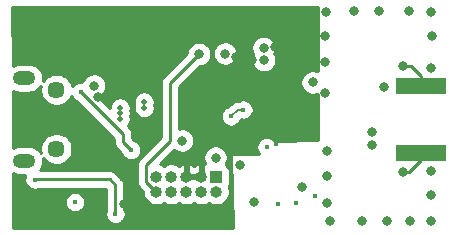
<source format=gbr>
%TF.GenerationSoftware,KiCad,Pcbnew,(5.1.7)-1*%
%TF.CreationDate,2020-12-26T20:13:37+13:00*%
%TF.ProjectId,STM32 RF Dongle,53544d33-3220-4524-9620-446f6e676c65,rev?*%
%TF.SameCoordinates,Original*%
%TF.FileFunction,Copper,L4,Bot*%
%TF.FilePolarity,Positive*%
%FSLAX46Y46*%
G04 Gerber Fmt 4.6, Leading zero omitted, Abs format (unit mm)*
G04 Created by KiCad (PCBNEW (5.1.7)-1) date 2020-12-26 20:13:37*
%MOMM*%
%LPD*%
G01*
G04 APERTURE LIST*
%TA.AperFunction,ComponentPad*%
%ADD10O,1.900000X1.200000*%
%TD*%
%TA.AperFunction,ComponentPad*%
%ADD11C,1.450000*%
%TD*%
%TA.AperFunction,ComponentPad*%
%ADD12R,1.000000X1.000000*%
%TD*%
%TA.AperFunction,ComponentPad*%
%ADD13O,1.000000X1.000000*%
%TD*%
%TA.AperFunction,SMDPad,CuDef*%
%ADD14R,4.200000X1.350000*%
%TD*%
%TA.AperFunction,ViaPad*%
%ADD15C,0.800000*%
%TD*%
%TA.AperFunction,ViaPad*%
%ADD16C,0.450000*%
%TD*%
%TA.AperFunction,ViaPad*%
%ADD17C,0.500000*%
%TD*%
%TA.AperFunction,Conductor*%
%ADD18C,0.254000*%
%TD*%
%TA.AperFunction,Conductor*%
%ADD19C,0.293000*%
%TD*%
%TA.AperFunction,Conductor*%
%ADD20C,0.200000*%
%TD*%
%TA.AperFunction,Conductor*%
%ADD21C,0.250000*%
%TD*%
%TA.AperFunction,Conductor*%
%ADD22C,0.100000*%
%TD*%
G04 APERTURE END LIST*
D10*
%TO.P,J1,6*%
%TO.N,Net-(J1-Pad6)*%
X127172500Y-97150000D03*
X127172500Y-90150000D03*
D11*
X129872500Y-96150000D03*
X129872500Y-91150000D03*
%TD*%
D12*
%TO.P,J3,1*%
%TO.N,+3V3*%
X143410000Y-98510000D03*
D13*
%TO.P,J3,2*%
%TO.N,SWDIO*%
X143410000Y-99780000D03*
%TO.P,J3,3*%
%TO.N,GND*%
X142140000Y-98510000D03*
%TO.P,J3,4*%
%TO.N,SW_CLK*%
X142140000Y-99780000D03*
%TO.P,J3,5*%
%TO.N,GND*%
X140870000Y-98510000D03*
%TO.P,J3,6*%
%TO.N,Net-(J3-Pad6)*%
X140870000Y-99780000D03*
%TO.P,J3,7*%
%TO.N,Net-(J3-Pad7)*%
X139600000Y-98510000D03*
%TO.P,J3,8*%
%TO.N,Net-(J3-Pad8)*%
X139600000Y-99780000D03*
%TO.P,J3,9*%
%TO.N,GND*%
X138330000Y-98510000D03*
%TO.P,J3,10*%
%TO.N,NRST*%
X138330000Y-99780000D03*
%TD*%
D14*
%TO.P,J2,2*%
%TO.N,GND*%
X160775000Y-90800000D03*
X160775000Y-96450000D03*
%TD*%
D15*
%TO.N,GND*%
X152580000Y-86580000D03*
X152825000Y-100700000D03*
X161630000Y-100060000D03*
X161625000Y-97975000D03*
X152825000Y-96350000D03*
X152625000Y-91450000D03*
X161625000Y-89325000D03*
X161620000Y-84530000D03*
X159720000Y-84510000D03*
X157150000Y-84500000D03*
X152625000Y-88825000D03*
X155710000Y-102240000D03*
X161620000Y-102220000D03*
X152825000Y-98450000D03*
X141330000Y-92770000D03*
X141330000Y-91600000D03*
X141330000Y-90550000D03*
X159225000Y-89150000D03*
X157625000Y-90900000D03*
X159225000Y-98125000D03*
X150670000Y-99375000D03*
X146630000Y-100610000D03*
X156625000Y-95800000D03*
X156600000Y-94750000D03*
X146470000Y-88625000D03*
X150395000Y-87550000D03*
X149395000Y-87550000D03*
X148420000Y-87550000D03*
D16*
X148450000Y-95725000D03*
D15*
X151510000Y-92190000D03*
X139130000Y-87920000D03*
X143110000Y-86120000D03*
X145110000Y-88380000D03*
X145380000Y-97490000D03*
X145250000Y-95580000D03*
X138730000Y-87110000D03*
X137830000Y-95560000D03*
X135630000Y-100770000D03*
X133375000Y-91750000D03*
X150770000Y-86100000D03*
D16*
X143970000Y-85950000D03*
X144480000Y-86510000D03*
X147360000Y-85920000D03*
X151430000Y-86960000D03*
X151540000Y-88540000D03*
X145740000Y-87480000D03*
X151750000Y-100090000D03*
X150170000Y-100720000D03*
X148650000Y-100850000D03*
X140620000Y-102530000D03*
X138280000Y-101710000D03*
X136600000Y-98170000D03*
X135680000Y-98850000D03*
X139980000Y-86130000D03*
X137550000Y-89000000D03*
X135980000Y-87380000D03*
X135980000Y-86000000D03*
D15*
X152700000Y-84540000D03*
X155040000Y-84510000D03*
X161650000Y-86610000D03*
X153010000Y-102290000D03*
X157900000Y-102260000D03*
X159800000Y-102280000D03*
D16*
X149900000Y-85310000D03*
X146270000Y-84950000D03*
X138750000Y-84780000D03*
X132650000Y-84780000D03*
X128690000Y-85480000D03*
X128870000Y-84340000D03*
X148270000Y-84650000D03*
X149000000Y-85610000D03*
X151120000Y-84700000D03*
X145140000Y-84630000D03*
X145580000Y-86290000D03*
X138950000Y-85630000D03*
X132090000Y-85310000D03*
X136600000Y-84650000D03*
X142550000Y-101540000D03*
X143960000Y-101550000D03*
X135550000Y-102300000D03*
X136710000Y-102280000D03*
X146425000Y-90675000D03*
X132275000Y-96225000D03*
X130850000Y-94925000D03*
X138575000Y-102475000D03*
X143325000Y-102425000D03*
%TO.N,+3V3*%
X131450000Y-100650000D03*
D15*
X143350000Y-96890000D03*
X147450000Y-88620000D03*
X147420000Y-87590000D03*
D16*
X147675000Y-96000000D03*
D15*
X151560000Y-90520000D03*
X144170000Y-88080000D03*
X140530000Y-95440000D03*
D17*
X137300000Y-92150000D03*
X137325000Y-92650000D03*
X135275000Y-93625000D03*
X135275000Y-93125000D03*
X135275000Y-92650000D03*
D15*
%TO.N,Net-(C3-Pad1)*%
X133070000Y-90790000D03*
D16*
%TO.N,+5V*%
X131925000Y-91325000D03*
D15*
%TO.N,NRST*%
X141970000Y-88110000D03*
D16*
%TO.N,SPI3_CLK*%
X145710000Y-92810000D03*
X144650000Y-93390000D03*
%TO.N,+5V*%
X136200000Y-96250000D03*
%TO.N,Net-(D3-Pad2)*%
X128030000Y-98740000D03*
X134875000Y-101675000D03*
%TD*%
D18*
%TO.N,GND*%
X160775000Y-96450000D02*
X160775000Y-96575000D01*
D19*
X159225000Y-89150000D02*
X159920000Y-89150000D01*
X160775000Y-90005000D02*
X160775000Y-90800000D01*
X159920000Y-89150000D02*
X160775000Y-90005000D01*
X160775000Y-96450000D02*
X160775000Y-97085000D01*
X159735000Y-98125000D02*
X159225000Y-98125000D01*
X160775000Y-97085000D02*
X159735000Y-98125000D01*
%TO.N,NRST*%
X137483499Y-98933499D02*
X138330000Y-99780000D01*
X137483499Y-98933499D02*
X137483499Y-97466501D01*
X137483499Y-97466501D02*
X139490000Y-95460000D01*
X139490000Y-90590000D02*
X141970000Y-88110000D01*
X139490000Y-95460000D02*
X139490000Y-90590000D01*
D20*
%TO.N,SPI3_CLK*%
X145230000Y-92810000D02*
X144650000Y-93390000D01*
X145710000Y-92810000D02*
X145230000Y-92810000D01*
D19*
%TO.N,+5V*%
X131925000Y-91325000D02*
X135523499Y-94923499D01*
D18*
X135523499Y-95573499D02*
X136200000Y-96250000D01*
X135523499Y-94923499D02*
X135523499Y-95573499D01*
D19*
%TO.N,Net-(D3-Pad2)*%
X128010000Y-98730000D02*
X133970000Y-98730000D01*
X134390000Y-98730000D02*
X133970000Y-98730000D01*
D21*
X134875000Y-99215000D02*
X134390000Y-98730000D01*
X134875000Y-101675000D02*
X134875000Y-99215000D01*
%TD*%
D18*
%TO.N,GND*%
X152002175Y-89582879D02*
X151861898Y-89524774D01*
X151661939Y-89485000D01*
X151458061Y-89485000D01*
X151258102Y-89524774D01*
X151069744Y-89602795D01*
X150900226Y-89716063D01*
X150756063Y-89860226D01*
X150642795Y-90029744D01*
X150564774Y-90218102D01*
X150525000Y-90418061D01*
X150525000Y-90621939D01*
X150564774Y-90821898D01*
X150642795Y-91010256D01*
X150756063Y-91179774D01*
X150900226Y-91323937D01*
X151069744Y-91437205D01*
X151258102Y-91515226D01*
X151458061Y-91555000D01*
X151661939Y-91555000D01*
X151861898Y-91515226D01*
X151998849Y-91458499D01*
X151991887Y-95383513D01*
X148371578Y-95494544D01*
X148343005Y-95451782D01*
X148223218Y-95331995D01*
X148082363Y-95237878D01*
X147925853Y-95173049D01*
X147759703Y-95140000D01*
X147590297Y-95140000D01*
X147424147Y-95173049D01*
X147267637Y-95237878D01*
X147126782Y-95331995D01*
X147006995Y-95451782D01*
X146912878Y-95592637D01*
X146848049Y-95749147D01*
X146815000Y-95915297D01*
X146815000Y-96084703D01*
X146848049Y-96250853D01*
X146912878Y-96407363D01*
X147006995Y-96548218D01*
X147037093Y-96578316D01*
X144820309Y-96549695D01*
X144795503Y-96551815D01*
X144771587Y-96558734D01*
X144749481Y-96570185D01*
X144730033Y-96585730D01*
X144713992Y-96604769D01*
X144701974Y-96626572D01*
X144694440Y-96650302D01*
X144691707Y-96679799D01*
X144842663Y-102832643D01*
X126219260Y-102830139D01*
X126210839Y-100565297D01*
X130590000Y-100565297D01*
X130590000Y-100734703D01*
X130623049Y-100900853D01*
X130687878Y-101057363D01*
X130781995Y-101198218D01*
X130901782Y-101318005D01*
X131042637Y-101412122D01*
X131199147Y-101476951D01*
X131365297Y-101510000D01*
X131534703Y-101510000D01*
X131700853Y-101476951D01*
X131857363Y-101412122D01*
X131998218Y-101318005D01*
X132118005Y-101198218D01*
X132212122Y-101057363D01*
X132276951Y-100900853D01*
X132310000Y-100734703D01*
X132310000Y-100565297D01*
X132276951Y-100399147D01*
X132212122Y-100242637D01*
X132118005Y-100101782D01*
X131998218Y-99981995D01*
X131857363Y-99887878D01*
X131700853Y-99823049D01*
X131534703Y-99790000D01*
X131365297Y-99790000D01*
X131199147Y-99823049D01*
X131042637Y-99887878D01*
X130901782Y-99981995D01*
X130781995Y-100101782D01*
X130687878Y-100242637D01*
X130623049Y-100399147D01*
X130590000Y-100565297D01*
X126210839Y-100565297D01*
X126202113Y-98218747D01*
X126347599Y-98296511D01*
X126580398Y-98367130D01*
X126761835Y-98385000D01*
X127246188Y-98385000D01*
X127203049Y-98489147D01*
X127170000Y-98655297D01*
X127170000Y-98824703D01*
X127203049Y-98990853D01*
X127267878Y-99147363D01*
X127361995Y-99288218D01*
X127481782Y-99408005D01*
X127622637Y-99502122D01*
X127779147Y-99566951D01*
X127945297Y-99600000D01*
X128114703Y-99600000D01*
X128280853Y-99566951D01*
X128414723Y-99511500D01*
X134096699Y-99511500D01*
X134115001Y-99529802D01*
X134115000Y-101264461D01*
X134112878Y-101267637D01*
X134048049Y-101424147D01*
X134015000Y-101590297D01*
X134015000Y-101759703D01*
X134048049Y-101925853D01*
X134112878Y-102082363D01*
X134206995Y-102223218D01*
X134326782Y-102343005D01*
X134467637Y-102437122D01*
X134624147Y-102501951D01*
X134790297Y-102535000D01*
X134959703Y-102535000D01*
X135125853Y-102501951D01*
X135282363Y-102437122D01*
X135423218Y-102343005D01*
X135543005Y-102223218D01*
X135637122Y-102082363D01*
X135701951Y-101925853D01*
X135735000Y-101759703D01*
X135735000Y-101590297D01*
X135701951Y-101424147D01*
X135637122Y-101267637D01*
X135635000Y-101264461D01*
X135635000Y-99252333D01*
X135638677Y-99215000D01*
X135624003Y-99066014D01*
X135580546Y-98922753D01*
X135509974Y-98790724D01*
X135460139Y-98730000D01*
X135415001Y-98674999D01*
X135385997Y-98651196D01*
X135059489Y-98324688D01*
X135042937Y-98293721D01*
X134945278Y-98174722D01*
X134826279Y-98077063D01*
X134690514Y-98004495D01*
X134543201Y-97959808D01*
X134428389Y-97948500D01*
X128464837Y-97948500D01*
X128554333Y-97839449D01*
X128669011Y-97624901D01*
X128739630Y-97392102D01*
X128763475Y-97150000D01*
X128739630Y-96907898D01*
X128736617Y-96897965D01*
X128816119Y-97016949D01*
X129005551Y-97206381D01*
X129228299Y-97355216D01*
X129475803Y-97457736D01*
X129738552Y-97510000D01*
X130006448Y-97510000D01*
X130225132Y-97466501D01*
X136698218Y-97466501D01*
X136702000Y-97504899D01*
X136701999Y-98895110D01*
X136698218Y-98933499D01*
X136701999Y-98971887D01*
X136713307Y-99086699D01*
X136757994Y-99234012D01*
X136830562Y-99369777D01*
X136928221Y-99488777D01*
X136958049Y-99513256D01*
X137195000Y-99750207D01*
X137195000Y-99891788D01*
X137238617Y-100111067D01*
X137324176Y-100317624D01*
X137448388Y-100503520D01*
X137606480Y-100661612D01*
X137792376Y-100785824D01*
X137998933Y-100871383D01*
X138218212Y-100915000D01*
X138441788Y-100915000D01*
X138661067Y-100871383D01*
X138867624Y-100785824D01*
X138965000Y-100720759D01*
X139062376Y-100785824D01*
X139268933Y-100871383D01*
X139488212Y-100915000D01*
X139711788Y-100915000D01*
X139931067Y-100871383D01*
X140137624Y-100785824D01*
X140235000Y-100720759D01*
X140332376Y-100785824D01*
X140538933Y-100871383D01*
X140758212Y-100915000D01*
X140981788Y-100915000D01*
X141201067Y-100871383D01*
X141407624Y-100785824D01*
X141505000Y-100720759D01*
X141602376Y-100785824D01*
X141808933Y-100871383D01*
X142028212Y-100915000D01*
X142251788Y-100915000D01*
X142471067Y-100871383D01*
X142677624Y-100785824D01*
X142775000Y-100720759D01*
X142872376Y-100785824D01*
X143078933Y-100871383D01*
X143298212Y-100915000D01*
X143521788Y-100915000D01*
X143741067Y-100871383D01*
X143947624Y-100785824D01*
X144133520Y-100661612D01*
X144291612Y-100503520D01*
X144415824Y-100317624D01*
X144501383Y-100111067D01*
X144545000Y-99891788D01*
X144545000Y-99668212D01*
X144501383Y-99448933D01*
X144455112Y-99337226D01*
X144499502Y-99254180D01*
X144535812Y-99134482D01*
X144548072Y-99010000D01*
X144548072Y-98010000D01*
X144535812Y-97885518D01*
X144499502Y-97765820D01*
X144440537Y-97655506D01*
X144361185Y-97558815D01*
X144264494Y-97479463D01*
X144217648Y-97454423D01*
X144267205Y-97380256D01*
X144345226Y-97191898D01*
X144385000Y-96991939D01*
X144385000Y-96788061D01*
X144345226Y-96588102D01*
X144267205Y-96399744D01*
X144153937Y-96230226D01*
X144009774Y-96086063D01*
X143840256Y-95972795D01*
X143651898Y-95894774D01*
X143451939Y-95855000D01*
X143248061Y-95855000D01*
X143048102Y-95894774D01*
X142859744Y-95972795D01*
X142690226Y-96086063D01*
X142546063Y-96230226D01*
X142432795Y-96399744D01*
X142354774Y-96588102D01*
X142315000Y-96788061D01*
X142315000Y-96991939D01*
X142354774Y-97191898D01*
X142432795Y-97380256D01*
X142460340Y-97421480D01*
X142441874Y-97415881D01*
X142267000Y-97542046D01*
X142267000Y-98383000D01*
X142271928Y-98383000D01*
X142271928Y-98637000D01*
X142267000Y-98637000D01*
X142267000Y-98648026D01*
X142251788Y-98645000D01*
X142028212Y-98645000D01*
X142013000Y-98648026D01*
X142013000Y-98637000D01*
X140997000Y-98637000D01*
X140997000Y-98648026D01*
X140981788Y-98645000D01*
X140758212Y-98645000D01*
X140743000Y-98648026D01*
X140743000Y-98637000D01*
X140731974Y-98637000D01*
X140735000Y-98621788D01*
X140735000Y-98398212D01*
X140731974Y-98383000D01*
X140743000Y-98383000D01*
X140743000Y-97542046D01*
X140997000Y-97542046D01*
X140997000Y-98383000D01*
X142013000Y-98383000D01*
X142013000Y-97542046D01*
X141838126Y-97415881D01*
X141783136Y-97432554D01*
X141579794Y-97522877D01*
X141505000Y-97575639D01*
X141430206Y-97522877D01*
X141226864Y-97432554D01*
X141171874Y-97415881D01*
X140997000Y-97542046D01*
X140743000Y-97542046D01*
X140568126Y-97415881D01*
X140513136Y-97432554D01*
X140309794Y-97522877D01*
X140239658Y-97572353D01*
X140137624Y-97504176D01*
X139931067Y-97418617D01*
X139711788Y-97375000D01*
X139488212Y-97375000D01*
X139268933Y-97418617D01*
X139062376Y-97504176D01*
X138960342Y-97572353D01*
X138890206Y-97522877D01*
X138686864Y-97432554D01*
X138637592Y-97417615D01*
X139840748Y-96214459D01*
X139870226Y-96243937D01*
X140039744Y-96357205D01*
X140228102Y-96435226D01*
X140428061Y-96475000D01*
X140631939Y-96475000D01*
X140831898Y-96435226D01*
X141020256Y-96357205D01*
X141189774Y-96243937D01*
X141333937Y-96099774D01*
X141447205Y-95930256D01*
X141525226Y-95741898D01*
X141565000Y-95541939D01*
X141565000Y-95338061D01*
X141525226Y-95138102D01*
X141447205Y-94949744D01*
X141333937Y-94780226D01*
X141189774Y-94636063D01*
X141020256Y-94522795D01*
X140831898Y-94444774D01*
X140631939Y-94405000D01*
X140428061Y-94405000D01*
X140271500Y-94436142D01*
X140271500Y-93305297D01*
X143790000Y-93305297D01*
X143790000Y-93474703D01*
X143823049Y-93640853D01*
X143887878Y-93797363D01*
X143981995Y-93938218D01*
X144101782Y-94058005D01*
X144242637Y-94152122D01*
X144399147Y-94216951D01*
X144565297Y-94250000D01*
X144734703Y-94250000D01*
X144900853Y-94216951D01*
X145057363Y-94152122D01*
X145198218Y-94058005D01*
X145318005Y-93938218D01*
X145412122Y-93797363D01*
X145476951Y-93640853D01*
X145477020Y-93640506D01*
X145625297Y-93670000D01*
X145794703Y-93670000D01*
X145960853Y-93636951D01*
X146117363Y-93572122D01*
X146258218Y-93478005D01*
X146378005Y-93358218D01*
X146472122Y-93217363D01*
X146536951Y-93060853D01*
X146570000Y-92894703D01*
X146570000Y-92725297D01*
X146536951Y-92559147D01*
X146472122Y-92402637D01*
X146378005Y-92261782D01*
X146258218Y-92141995D01*
X146117363Y-92047878D01*
X145960853Y-91983049D01*
X145794703Y-91950000D01*
X145625297Y-91950000D01*
X145459147Y-91983049D01*
X145302637Y-92047878D01*
X145262568Y-92074652D01*
X145230000Y-92071444D01*
X145193895Y-92075000D01*
X145085915Y-92085635D01*
X144947367Y-92127663D01*
X144819680Y-92195913D01*
X144707762Y-92287762D01*
X144684746Y-92315807D01*
X144447029Y-92553525D01*
X144399147Y-92563049D01*
X144242637Y-92627878D01*
X144101782Y-92721995D01*
X143981995Y-92841782D01*
X143887878Y-92982637D01*
X143823049Y-93139147D01*
X143790000Y-93305297D01*
X140271500Y-93305297D01*
X140271500Y-90913707D01*
X142040208Y-89145000D01*
X142071939Y-89145000D01*
X142271898Y-89105226D01*
X142460256Y-89027205D01*
X142629774Y-88913937D01*
X142773937Y-88769774D01*
X142887205Y-88600256D01*
X142965226Y-88411898D01*
X143005000Y-88211939D01*
X143005000Y-88008061D01*
X142999033Y-87978061D01*
X143135000Y-87978061D01*
X143135000Y-88181939D01*
X143174774Y-88381898D01*
X143252795Y-88570256D01*
X143366063Y-88739774D01*
X143510226Y-88883937D01*
X143679744Y-88997205D01*
X143868102Y-89075226D01*
X144068061Y-89115000D01*
X144271939Y-89115000D01*
X144471898Y-89075226D01*
X144660256Y-88997205D01*
X144829774Y-88883937D01*
X144973937Y-88739774D01*
X145087205Y-88570256D01*
X145165226Y-88381898D01*
X145205000Y-88181939D01*
X145205000Y-87978061D01*
X145165226Y-87778102D01*
X145087205Y-87589744D01*
X145019263Y-87488061D01*
X146385000Y-87488061D01*
X146385000Y-87691939D01*
X146424774Y-87891898D01*
X146502795Y-88080256D01*
X146534328Y-88127449D01*
X146532795Y-88129744D01*
X146454774Y-88318102D01*
X146415000Y-88518061D01*
X146415000Y-88721939D01*
X146454774Y-88921898D01*
X146532795Y-89110256D01*
X146646063Y-89279774D01*
X146790226Y-89423937D01*
X146959744Y-89537205D01*
X147148102Y-89615226D01*
X147348061Y-89655000D01*
X147551939Y-89655000D01*
X147751898Y-89615226D01*
X147940256Y-89537205D01*
X148109774Y-89423937D01*
X148253937Y-89279774D01*
X148367205Y-89110256D01*
X148445226Y-88921898D01*
X148485000Y-88721939D01*
X148485000Y-88518061D01*
X148445226Y-88318102D01*
X148367205Y-88129744D01*
X148335672Y-88082551D01*
X148337205Y-88080256D01*
X148415226Y-87891898D01*
X148455000Y-87691939D01*
X148455000Y-87488061D01*
X148415226Y-87288102D01*
X148337205Y-87099744D01*
X148223937Y-86930226D01*
X148079774Y-86786063D01*
X147910256Y-86672795D01*
X147721898Y-86594774D01*
X147521939Y-86555000D01*
X147318061Y-86555000D01*
X147118102Y-86594774D01*
X146929744Y-86672795D01*
X146760226Y-86786063D01*
X146616063Y-86930226D01*
X146502795Y-87099744D01*
X146424774Y-87288102D01*
X146385000Y-87488061D01*
X145019263Y-87488061D01*
X144973937Y-87420226D01*
X144829774Y-87276063D01*
X144660256Y-87162795D01*
X144471898Y-87084774D01*
X144271939Y-87045000D01*
X144068061Y-87045000D01*
X143868102Y-87084774D01*
X143679744Y-87162795D01*
X143510226Y-87276063D01*
X143366063Y-87420226D01*
X143252795Y-87589744D01*
X143174774Y-87778102D01*
X143135000Y-87978061D01*
X142999033Y-87978061D01*
X142965226Y-87808102D01*
X142887205Y-87619744D01*
X142773937Y-87450226D01*
X142629774Y-87306063D01*
X142460256Y-87192795D01*
X142271898Y-87114774D01*
X142071939Y-87075000D01*
X141868061Y-87075000D01*
X141668102Y-87114774D01*
X141479744Y-87192795D01*
X141310226Y-87306063D01*
X141166063Y-87450226D01*
X141052795Y-87619744D01*
X140974774Y-87808102D01*
X140935000Y-88008061D01*
X140935000Y-88039792D01*
X138964545Y-90010248D01*
X138934723Y-90034722D01*
X138910251Y-90064542D01*
X138837063Y-90153722D01*
X138764496Y-90289486D01*
X138719808Y-90436800D01*
X138704719Y-90590000D01*
X138708501Y-90628399D01*
X138708500Y-95136292D01*
X136958044Y-96886749D01*
X136928222Y-96911223D01*
X136903750Y-96941043D01*
X136830562Y-97030223D01*
X136757995Y-97165987D01*
X136713307Y-97313301D01*
X136698218Y-97466501D01*
X130225132Y-97466501D01*
X130269197Y-97457736D01*
X130516701Y-97355216D01*
X130739449Y-97206381D01*
X130928881Y-97016949D01*
X131077716Y-96794201D01*
X131180236Y-96546697D01*
X131232500Y-96283948D01*
X131232500Y-96016052D01*
X131180236Y-95753303D01*
X131077716Y-95505799D01*
X130928881Y-95283051D01*
X130739449Y-95093619D01*
X130516701Y-94944784D01*
X130269197Y-94842264D01*
X130006448Y-94790000D01*
X129738552Y-94790000D01*
X129475803Y-94842264D01*
X129228299Y-94944784D01*
X129005551Y-95093619D01*
X128816119Y-95283051D01*
X128667284Y-95505799D01*
X128564764Y-95753303D01*
X128512500Y-96016052D01*
X128512500Y-96283948D01*
X128545484Y-96449768D01*
X128400002Y-96272498D01*
X128211949Y-96118167D01*
X127997401Y-96003489D01*
X127764602Y-95932870D01*
X127583165Y-95915000D01*
X126761835Y-95915000D01*
X126580398Y-95932870D01*
X126347599Y-96003489D01*
X126194181Y-96085492D01*
X126176032Y-91204807D01*
X126347599Y-91296511D01*
X126580398Y-91367130D01*
X126761835Y-91385000D01*
X127583165Y-91385000D01*
X127764602Y-91367130D01*
X127997401Y-91296511D01*
X128211949Y-91181833D01*
X128400002Y-91027502D01*
X128545484Y-90850232D01*
X128512500Y-91016052D01*
X128512500Y-91283948D01*
X128564764Y-91546697D01*
X128667284Y-91794201D01*
X128816119Y-92016949D01*
X129005551Y-92206381D01*
X129228299Y-92355216D01*
X129475803Y-92457736D01*
X129738552Y-92510000D01*
X130006448Y-92510000D01*
X130269197Y-92457736D01*
X130516701Y-92355216D01*
X130739449Y-92206381D01*
X130928881Y-92016949D01*
X131077716Y-91794201D01*
X131133104Y-91660483D01*
X131162878Y-91732363D01*
X131256995Y-91873218D01*
X131376782Y-91993005D01*
X131517637Y-92087122D01*
X131627367Y-92132574D01*
X134761499Y-95266707D01*
X134761499Y-95536076D01*
X134757813Y-95573499D01*
X134761499Y-95610922D01*
X134761499Y-95610925D01*
X134772525Y-95722877D01*
X134816097Y-95866514D01*
X134850168Y-95930256D01*
X134886854Y-95998891D01*
X134957279Y-96084703D01*
X134982078Y-96114921D01*
X135011148Y-96138778D01*
X135373006Y-96500637D01*
X135373049Y-96500853D01*
X135437878Y-96657363D01*
X135531995Y-96798218D01*
X135651782Y-96918005D01*
X135792637Y-97012122D01*
X135949147Y-97076951D01*
X136115297Y-97110000D01*
X136284703Y-97110000D01*
X136450853Y-97076951D01*
X136607363Y-97012122D01*
X136748218Y-96918005D01*
X136868005Y-96798218D01*
X136962122Y-96657363D01*
X137026951Y-96500853D01*
X137060000Y-96334703D01*
X137060000Y-96165297D01*
X137026951Y-95999147D01*
X136962122Y-95842637D01*
X136868005Y-95701782D01*
X136748218Y-95581995D01*
X136607363Y-95487878D01*
X136450853Y-95423049D01*
X136450637Y-95423006D01*
X136285499Y-95257869D01*
X136285499Y-95103701D01*
X136293690Y-95076699D01*
X136308780Y-94923498D01*
X136293690Y-94770298D01*
X136249003Y-94622984D01*
X136176436Y-94487220D01*
X136103248Y-94398040D01*
X135928393Y-94223186D01*
X135962424Y-94189155D01*
X136059277Y-94044205D01*
X136125990Y-93883145D01*
X136160000Y-93712165D01*
X136160000Y-93537835D01*
X136127610Y-93375000D01*
X136160000Y-93212165D01*
X136160000Y-93037835D01*
X136130097Y-92887500D01*
X136160000Y-92737165D01*
X136160000Y-92562835D01*
X136125990Y-92391855D01*
X136059277Y-92230795D01*
X135962424Y-92085845D01*
X135939414Y-92062835D01*
X136415000Y-92062835D01*
X136415000Y-92237165D01*
X136449010Y-92408145D01*
X136463710Y-92443635D01*
X136440000Y-92562835D01*
X136440000Y-92737165D01*
X136474010Y-92908145D01*
X136540723Y-93069205D01*
X136637576Y-93214155D01*
X136760845Y-93337424D01*
X136905795Y-93434277D01*
X137066855Y-93500990D01*
X137237835Y-93535000D01*
X137412165Y-93535000D01*
X137583145Y-93500990D01*
X137744205Y-93434277D01*
X137889155Y-93337424D01*
X138012424Y-93214155D01*
X138109277Y-93069205D01*
X138175990Y-92908145D01*
X138210000Y-92737165D01*
X138210000Y-92562835D01*
X138175990Y-92391855D01*
X138161290Y-92356365D01*
X138185000Y-92237165D01*
X138185000Y-92062835D01*
X138150990Y-91891855D01*
X138084277Y-91730795D01*
X137987424Y-91585845D01*
X137864155Y-91462576D01*
X137719205Y-91365723D01*
X137558145Y-91299010D01*
X137387165Y-91265000D01*
X137212835Y-91265000D01*
X137041855Y-91299010D01*
X136880795Y-91365723D01*
X136735845Y-91462576D01*
X136612576Y-91585845D01*
X136515723Y-91730795D01*
X136449010Y-91891855D01*
X136415000Y-92062835D01*
X135939414Y-92062835D01*
X135839155Y-91962576D01*
X135694205Y-91865723D01*
X135533145Y-91799010D01*
X135362165Y-91765000D01*
X135187835Y-91765000D01*
X135016855Y-91799010D01*
X134855795Y-91865723D01*
X134710845Y-91962576D01*
X134587576Y-92085845D01*
X134490723Y-92230795D01*
X134424010Y-92391855D01*
X134390000Y-92562835D01*
X134390000Y-92684792D01*
X133455715Y-91750508D01*
X133560256Y-91707205D01*
X133729774Y-91593937D01*
X133873937Y-91449774D01*
X133987205Y-91280256D01*
X134065226Y-91091898D01*
X134105000Y-90891939D01*
X134105000Y-90688061D01*
X134065226Y-90488102D01*
X133987205Y-90299744D01*
X133873937Y-90130226D01*
X133729774Y-89986063D01*
X133560256Y-89872795D01*
X133371898Y-89794774D01*
X133171939Y-89755000D01*
X132968061Y-89755000D01*
X132768102Y-89794774D01*
X132579744Y-89872795D01*
X132410226Y-89986063D01*
X132266063Y-90130226D01*
X132152795Y-90299744D01*
X132078662Y-90478717D01*
X132009703Y-90465000D01*
X131840297Y-90465000D01*
X131674147Y-90498049D01*
X131517637Y-90562878D01*
X131376782Y-90656995D01*
X131256995Y-90776782D01*
X131201443Y-90859920D01*
X131180236Y-90753303D01*
X131077716Y-90505799D01*
X130928881Y-90283051D01*
X130739449Y-90093619D01*
X130516701Y-89944784D01*
X130269197Y-89842264D01*
X130006448Y-89790000D01*
X129738552Y-89790000D01*
X129475803Y-89842264D01*
X129228299Y-89944784D01*
X129005551Y-90093619D01*
X128816119Y-90283051D01*
X128736617Y-90402035D01*
X128739630Y-90392102D01*
X128763475Y-90150000D01*
X128739630Y-89907898D01*
X128669011Y-89675099D01*
X128554333Y-89460551D01*
X128400002Y-89272498D01*
X128211949Y-89118167D01*
X127997401Y-89003489D01*
X127764602Y-88932870D01*
X127583165Y-88915000D01*
X126761835Y-88915000D01*
X126580398Y-88932870D01*
X126347599Y-89003489D01*
X126168204Y-89099378D01*
X126149799Y-84149898D01*
X152011836Y-84136011D01*
X152002175Y-89582879D01*
%TA.AperFunction,Conductor*%
D22*
G36*
X152002175Y-89582879D02*
G01*
X151861898Y-89524774D01*
X151661939Y-89485000D01*
X151458061Y-89485000D01*
X151258102Y-89524774D01*
X151069744Y-89602795D01*
X150900226Y-89716063D01*
X150756063Y-89860226D01*
X150642795Y-90029744D01*
X150564774Y-90218102D01*
X150525000Y-90418061D01*
X150525000Y-90621939D01*
X150564774Y-90821898D01*
X150642795Y-91010256D01*
X150756063Y-91179774D01*
X150900226Y-91323937D01*
X151069744Y-91437205D01*
X151258102Y-91515226D01*
X151458061Y-91555000D01*
X151661939Y-91555000D01*
X151861898Y-91515226D01*
X151998849Y-91458499D01*
X151991887Y-95383513D01*
X148371578Y-95494544D01*
X148343005Y-95451782D01*
X148223218Y-95331995D01*
X148082363Y-95237878D01*
X147925853Y-95173049D01*
X147759703Y-95140000D01*
X147590297Y-95140000D01*
X147424147Y-95173049D01*
X147267637Y-95237878D01*
X147126782Y-95331995D01*
X147006995Y-95451782D01*
X146912878Y-95592637D01*
X146848049Y-95749147D01*
X146815000Y-95915297D01*
X146815000Y-96084703D01*
X146848049Y-96250853D01*
X146912878Y-96407363D01*
X147006995Y-96548218D01*
X147037093Y-96578316D01*
X144820309Y-96549695D01*
X144795503Y-96551815D01*
X144771587Y-96558734D01*
X144749481Y-96570185D01*
X144730033Y-96585730D01*
X144713992Y-96604769D01*
X144701974Y-96626572D01*
X144694440Y-96650302D01*
X144691707Y-96679799D01*
X144842663Y-102832643D01*
X126219260Y-102830139D01*
X126210839Y-100565297D01*
X130590000Y-100565297D01*
X130590000Y-100734703D01*
X130623049Y-100900853D01*
X130687878Y-101057363D01*
X130781995Y-101198218D01*
X130901782Y-101318005D01*
X131042637Y-101412122D01*
X131199147Y-101476951D01*
X131365297Y-101510000D01*
X131534703Y-101510000D01*
X131700853Y-101476951D01*
X131857363Y-101412122D01*
X131998218Y-101318005D01*
X132118005Y-101198218D01*
X132212122Y-101057363D01*
X132276951Y-100900853D01*
X132310000Y-100734703D01*
X132310000Y-100565297D01*
X132276951Y-100399147D01*
X132212122Y-100242637D01*
X132118005Y-100101782D01*
X131998218Y-99981995D01*
X131857363Y-99887878D01*
X131700853Y-99823049D01*
X131534703Y-99790000D01*
X131365297Y-99790000D01*
X131199147Y-99823049D01*
X131042637Y-99887878D01*
X130901782Y-99981995D01*
X130781995Y-100101782D01*
X130687878Y-100242637D01*
X130623049Y-100399147D01*
X130590000Y-100565297D01*
X126210839Y-100565297D01*
X126202113Y-98218747D01*
X126347599Y-98296511D01*
X126580398Y-98367130D01*
X126761835Y-98385000D01*
X127246188Y-98385000D01*
X127203049Y-98489147D01*
X127170000Y-98655297D01*
X127170000Y-98824703D01*
X127203049Y-98990853D01*
X127267878Y-99147363D01*
X127361995Y-99288218D01*
X127481782Y-99408005D01*
X127622637Y-99502122D01*
X127779147Y-99566951D01*
X127945297Y-99600000D01*
X128114703Y-99600000D01*
X128280853Y-99566951D01*
X128414723Y-99511500D01*
X134096699Y-99511500D01*
X134115001Y-99529802D01*
X134115000Y-101264461D01*
X134112878Y-101267637D01*
X134048049Y-101424147D01*
X134015000Y-101590297D01*
X134015000Y-101759703D01*
X134048049Y-101925853D01*
X134112878Y-102082363D01*
X134206995Y-102223218D01*
X134326782Y-102343005D01*
X134467637Y-102437122D01*
X134624147Y-102501951D01*
X134790297Y-102535000D01*
X134959703Y-102535000D01*
X135125853Y-102501951D01*
X135282363Y-102437122D01*
X135423218Y-102343005D01*
X135543005Y-102223218D01*
X135637122Y-102082363D01*
X135701951Y-101925853D01*
X135735000Y-101759703D01*
X135735000Y-101590297D01*
X135701951Y-101424147D01*
X135637122Y-101267637D01*
X135635000Y-101264461D01*
X135635000Y-99252333D01*
X135638677Y-99215000D01*
X135624003Y-99066014D01*
X135580546Y-98922753D01*
X135509974Y-98790724D01*
X135460139Y-98730000D01*
X135415001Y-98674999D01*
X135385997Y-98651196D01*
X135059489Y-98324688D01*
X135042937Y-98293721D01*
X134945278Y-98174722D01*
X134826279Y-98077063D01*
X134690514Y-98004495D01*
X134543201Y-97959808D01*
X134428389Y-97948500D01*
X128464837Y-97948500D01*
X128554333Y-97839449D01*
X128669011Y-97624901D01*
X128739630Y-97392102D01*
X128763475Y-97150000D01*
X128739630Y-96907898D01*
X128736617Y-96897965D01*
X128816119Y-97016949D01*
X129005551Y-97206381D01*
X129228299Y-97355216D01*
X129475803Y-97457736D01*
X129738552Y-97510000D01*
X130006448Y-97510000D01*
X130225132Y-97466501D01*
X136698218Y-97466501D01*
X136702000Y-97504899D01*
X136701999Y-98895110D01*
X136698218Y-98933499D01*
X136701999Y-98971887D01*
X136713307Y-99086699D01*
X136757994Y-99234012D01*
X136830562Y-99369777D01*
X136928221Y-99488777D01*
X136958049Y-99513256D01*
X137195000Y-99750207D01*
X137195000Y-99891788D01*
X137238617Y-100111067D01*
X137324176Y-100317624D01*
X137448388Y-100503520D01*
X137606480Y-100661612D01*
X137792376Y-100785824D01*
X137998933Y-100871383D01*
X138218212Y-100915000D01*
X138441788Y-100915000D01*
X138661067Y-100871383D01*
X138867624Y-100785824D01*
X138965000Y-100720759D01*
X139062376Y-100785824D01*
X139268933Y-100871383D01*
X139488212Y-100915000D01*
X139711788Y-100915000D01*
X139931067Y-100871383D01*
X140137624Y-100785824D01*
X140235000Y-100720759D01*
X140332376Y-100785824D01*
X140538933Y-100871383D01*
X140758212Y-100915000D01*
X140981788Y-100915000D01*
X141201067Y-100871383D01*
X141407624Y-100785824D01*
X141505000Y-100720759D01*
X141602376Y-100785824D01*
X141808933Y-100871383D01*
X142028212Y-100915000D01*
X142251788Y-100915000D01*
X142471067Y-100871383D01*
X142677624Y-100785824D01*
X142775000Y-100720759D01*
X142872376Y-100785824D01*
X143078933Y-100871383D01*
X143298212Y-100915000D01*
X143521788Y-100915000D01*
X143741067Y-100871383D01*
X143947624Y-100785824D01*
X144133520Y-100661612D01*
X144291612Y-100503520D01*
X144415824Y-100317624D01*
X144501383Y-100111067D01*
X144545000Y-99891788D01*
X144545000Y-99668212D01*
X144501383Y-99448933D01*
X144455112Y-99337226D01*
X144499502Y-99254180D01*
X144535812Y-99134482D01*
X144548072Y-99010000D01*
X144548072Y-98010000D01*
X144535812Y-97885518D01*
X144499502Y-97765820D01*
X144440537Y-97655506D01*
X144361185Y-97558815D01*
X144264494Y-97479463D01*
X144217648Y-97454423D01*
X144267205Y-97380256D01*
X144345226Y-97191898D01*
X144385000Y-96991939D01*
X144385000Y-96788061D01*
X144345226Y-96588102D01*
X144267205Y-96399744D01*
X144153937Y-96230226D01*
X144009774Y-96086063D01*
X143840256Y-95972795D01*
X143651898Y-95894774D01*
X143451939Y-95855000D01*
X143248061Y-95855000D01*
X143048102Y-95894774D01*
X142859744Y-95972795D01*
X142690226Y-96086063D01*
X142546063Y-96230226D01*
X142432795Y-96399744D01*
X142354774Y-96588102D01*
X142315000Y-96788061D01*
X142315000Y-96991939D01*
X142354774Y-97191898D01*
X142432795Y-97380256D01*
X142460340Y-97421480D01*
X142441874Y-97415881D01*
X142267000Y-97542046D01*
X142267000Y-98383000D01*
X142271928Y-98383000D01*
X142271928Y-98637000D01*
X142267000Y-98637000D01*
X142267000Y-98648026D01*
X142251788Y-98645000D01*
X142028212Y-98645000D01*
X142013000Y-98648026D01*
X142013000Y-98637000D01*
X140997000Y-98637000D01*
X140997000Y-98648026D01*
X140981788Y-98645000D01*
X140758212Y-98645000D01*
X140743000Y-98648026D01*
X140743000Y-98637000D01*
X140731974Y-98637000D01*
X140735000Y-98621788D01*
X140735000Y-98398212D01*
X140731974Y-98383000D01*
X140743000Y-98383000D01*
X140743000Y-97542046D01*
X140997000Y-97542046D01*
X140997000Y-98383000D01*
X142013000Y-98383000D01*
X142013000Y-97542046D01*
X141838126Y-97415881D01*
X141783136Y-97432554D01*
X141579794Y-97522877D01*
X141505000Y-97575639D01*
X141430206Y-97522877D01*
X141226864Y-97432554D01*
X141171874Y-97415881D01*
X140997000Y-97542046D01*
X140743000Y-97542046D01*
X140568126Y-97415881D01*
X140513136Y-97432554D01*
X140309794Y-97522877D01*
X140239658Y-97572353D01*
X140137624Y-97504176D01*
X139931067Y-97418617D01*
X139711788Y-97375000D01*
X139488212Y-97375000D01*
X139268933Y-97418617D01*
X139062376Y-97504176D01*
X138960342Y-97572353D01*
X138890206Y-97522877D01*
X138686864Y-97432554D01*
X138637592Y-97417615D01*
X139840748Y-96214459D01*
X139870226Y-96243937D01*
X140039744Y-96357205D01*
X140228102Y-96435226D01*
X140428061Y-96475000D01*
X140631939Y-96475000D01*
X140831898Y-96435226D01*
X141020256Y-96357205D01*
X141189774Y-96243937D01*
X141333937Y-96099774D01*
X141447205Y-95930256D01*
X141525226Y-95741898D01*
X141565000Y-95541939D01*
X141565000Y-95338061D01*
X141525226Y-95138102D01*
X141447205Y-94949744D01*
X141333937Y-94780226D01*
X141189774Y-94636063D01*
X141020256Y-94522795D01*
X140831898Y-94444774D01*
X140631939Y-94405000D01*
X140428061Y-94405000D01*
X140271500Y-94436142D01*
X140271500Y-93305297D01*
X143790000Y-93305297D01*
X143790000Y-93474703D01*
X143823049Y-93640853D01*
X143887878Y-93797363D01*
X143981995Y-93938218D01*
X144101782Y-94058005D01*
X144242637Y-94152122D01*
X144399147Y-94216951D01*
X144565297Y-94250000D01*
X144734703Y-94250000D01*
X144900853Y-94216951D01*
X145057363Y-94152122D01*
X145198218Y-94058005D01*
X145318005Y-93938218D01*
X145412122Y-93797363D01*
X145476951Y-93640853D01*
X145477020Y-93640506D01*
X145625297Y-93670000D01*
X145794703Y-93670000D01*
X145960853Y-93636951D01*
X146117363Y-93572122D01*
X146258218Y-93478005D01*
X146378005Y-93358218D01*
X146472122Y-93217363D01*
X146536951Y-93060853D01*
X146570000Y-92894703D01*
X146570000Y-92725297D01*
X146536951Y-92559147D01*
X146472122Y-92402637D01*
X146378005Y-92261782D01*
X146258218Y-92141995D01*
X146117363Y-92047878D01*
X145960853Y-91983049D01*
X145794703Y-91950000D01*
X145625297Y-91950000D01*
X145459147Y-91983049D01*
X145302637Y-92047878D01*
X145262568Y-92074652D01*
X145230000Y-92071444D01*
X145193895Y-92075000D01*
X145085915Y-92085635D01*
X144947367Y-92127663D01*
X144819680Y-92195913D01*
X144707762Y-92287762D01*
X144684746Y-92315807D01*
X144447029Y-92553525D01*
X144399147Y-92563049D01*
X144242637Y-92627878D01*
X144101782Y-92721995D01*
X143981995Y-92841782D01*
X143887878Y-92982637D01*
X143823049Y-93139147D01*
X143790000Y-93305297D01*
X140271500Y-93305297D01*
X140271500Y-90913707D01*
X142040208Y-89145000D01*
X142071939Y-89145000D01*
X142271898Y-89105226D01*
X142460256Y-89027205D01*
X142629774Y-88913937D01*
X142773937Y-88769774D01*
X142887205Y-88600256D01*
X142965226Y-88411898D01*
X143005000Y-88211939D01*
X143005000Y-88008061D01*
X142999033Y-87978061D01*
X143135000Y-87978061D01*
X143135000Y-88181939D01*
X143174774Y-88381898D01*
X143252795Y-88570256D01*
X143366063Y-88739774D01*
X143510226Y-88883937D01*
X143679744Y-88997205D01*
X143868102Y-89075226D01*
X144068061Y-89115000D01*
X144271939Y-89115000D01*
X144471898Y-89075226D01*
X144660256Y-88997205D01*
X144829774Y-88883937D01*
X144973937Y-88739774D01*
X145087205Y-88570256D01*
X145165226Y-88381898D01*
X145205000Y-88181939D01*
X145205000Y-87978061D01*
X145165226Y-87778102D01*
X145087205Y-87589744D01*
X145019263Y-87488061D01*
X146385000Y-87488061D01*
X146385000Y-87691939D01*
X146424774Y-87891898D01*
X146502795Y-88080256D01*
X146534328Y-88127449D01*
X146532795Y-88129744D01*
X146454774Y-88318102D01*
X146415000Y-88518061D01*
X146415000Y-88721939D01*
X146454774Y-88921898D01*
X146532795Y-89110256D01*
X146646063Y-89279774D01*
X146790226Y-89423937D01*
X146959744Y-89537205D01*
X147148102Y-89615226D01*
X147348061Y-89655000D01*
X147551939Y-89655000D01*
X147751898Y-89615226D01*
X147940256Y-89537205D01*
X148109774Y-89423937D01*
X148253937Y-89279774D01*
X148367205Y-89110256D01*
X148445226Y-88921898D01*
X148485000Y-88721939D01*
X148485000Y-88518061D01*
X148445226Y-88318102D01*
X148367205Y-88129744D01*
X148335672Y-88082551D01*
X148337205Y-88080256D01*
X148415226Y-87891898D01*
X148455000Y-87691939D01*
X148455000Y-87488061D01*
X148415226Y-87288102D01*
X148337205Y-87099744D01*
X148223937Y-86930226D01*
X148079774Y-86786063D01*
X147910256Y-86672795D01*
X147721898Y-86594774D01*
X147521939Y-86555000D01*
X147318061Y-86555000D01*
X147118102Y-86594774D01*
X146929744Y-86672795D01*
X146760226Y-86786063D01*
X146616063Y-86930226D01*
X146502795Y-87099744D01*
X146424774Y-87288102D01*
X146385000Y-87488061D01*
X145019263Y-87488061D01*
X144973937Y-87420226D01*
X144829774Y-87276063D01*
X144660256Y-87162795D01*
X144471898Y-87084774D01*
X144271939Y-87045000D01*
X144068061Y-87045000D01*
X143868102Y-87084774D01*
X143679744Y-87162795D01*
X143510226Y-87276063D01*
X143366063Y-87420226D01*
X143252795Y-87589744D01*
X143174774Y-87778102D01*
X143135000Y-87978061D01*
X142999033Y-87978061D01*
X142965226Y-87808102D01*
X142887205Y-87619744D01*
X142773937Y-87450226D01*
X142629774Y-87306063D01*
X142460256Y-87192795D01*
X142271898Y-87114774D01*
X142071939Y-87075000D01*
X141868061Y-87075000D01*
X141668102Y-87114774D01*
X141479744Y-87192795D01*
X141310226Y-87306063D01*
X141166063Y-87450226D01*
X141052795Y-87619744D01*
X140974774Y-87808102D01*
X140935000Y-88008061D01*
X140935000Y-88039792D01*
X138964545Y-90010248D01*
X138934723Y-90034722D01*
X138910251Y-90064542D01*
X138837063Y-90153722D01*
X138764496Y-90289486D01*
X138719808Y-90436800D01*
X138704719Y-90590000D01*
X138708501Y-90628399D01*
X138708500Y-95136292D01*
X136958044Y-96886749D01*
X136928222Y-96911223D01*
X136903750Y-96941043D01*
X136830562Y-97030223D01*
X136757995Y-97165987D01*
X136713307Y-97313301D01*
X136698218Y-97466501D01*
X130225132Y-97466501D01*
X130269197Y-97457736D01*
X130516701Y-97355216D01*
X130739449Y-97206381D01*
X130928881Y-97016949D01*
X131077716Y-96794201D01*
X131180236Y-96546697D01*
X131232500Y-96283948D01*
X131232500Y-96016052D01*
X131180236Y-95753303D01*
X131077716Y-95505799D01*
X130928881Y-95283051D01*
X130739449Y-95093619D01*
X130516701Y-94944784D01*
X130269197Y-94842264D01*
X130006448Y-94790000D01*
X129738552Y-94790000D01*
X129475803Y-94842264D01*
X129228299Y-94944784D01*
X129005551Y-95093619D01*
X128816119Y-95283051D01*
X128667284Y-95505799D01*
X128564764Y-95753303D01*
X128512500Y-96016052D01*
X128512500Y-96283948D01*
X128545484Y-96449768D01*
X128400002Y-96272498D01*
X128211949Y-96118167D01*
X127997401Y-96003489D01*
X127764602Y-95932870D01*
X127583165Y-95915000D01*
X126761835Y-95915000D01*
X126580398Y-95932870D01*
X126347599Y-96003489D01*
X126194181Y-96085492D01*
X126176032Y-91204807D01*
X126347599Y-91296511D01*
X126580398Y-91367130D01*
X126761835Y-91385000D01*
X127583165Y-91385000D01*
X127764602Y-91367130D01*
X127997401Y-91296511D01*
X128211949Y-91181833D01*
X128400002Y-91027502D01*
X128545484Y-90850232D01*
X128512500Y-91016052D01*
X128512500Y-91283948D01*
X128564764Y-91546697D01*
X128667284Y-91794201D01*
X128816119Y-92016949D01*
X129005551Y-92206381D01*
X129228299Y-92355216D01*
X129475803Y-92457736D01*
X129738552Y-92510000D01*
X130006448Y-92510000D01*
X130269197Y-92457736D01*
X130516701Y-92355216D01*
X130739449Y-92206381D01*
X130928881Y-92016949D01*
X131077716Y-91794201D01*
X131133104Y-91660483D01*
X131162878Y-91732363D01*
X131256995Y-91873218D01*
X131376782Y-91993005D01*
X131517637Y-92087122D01*
X131627367Y-92132574D01*
X134761499Y-95266707D01*
X134761499Y-95536076D01*
X134757813Y-95573499D01*
X134761499Y-95610922D01*
X134761499Y-95610925D01*
X134772525Y-95722877D01*
X134816097Y-95866514D01*
X134850168Y-95930256D01*
X134886854Y-95998891D01*
X134957279Y-96084703D01*
X134982078Y-96114921D01*
X135011148Y-96138778D01*
X135373006Y-96500637D01*
X135373049Y-96500853D01*
X135437878Y-96657363D01*
X135531995Y-96798218D01*
X135651782Y-96918005D01*
X135792637Y-97012122D01*
X135949147Y-97076951D01*
X136115297Y-97110000D01*
X136284703Y-97110000D01*
X136450853Y-97076951D01*
X136607363Y-97012122D01*
X136748218Y-96918005D01*
X136868005Y-96798218D01*
X136962122Y-96657363D01*
X137026951Y-96500853D01*
X137060000Y-96334703D01*
X137060000Y-96165297D01*
X137026951Y-95999147D01*
X136962122Y-95842637D01*
X136868005Y-95701782D01*
X136748218Y-95581995D01*
X136607363Y-95487878D01*
X136450853Y-95423049D01*
X136450637Y-95423006D01*
X136285499Y-95257869D01*
X136285499Y-95103701D01*
X136293690Y-95076699D01*
X136308780Y-94923498D01*
X136293690Y-94770298D01*
X136249003Y-94622984D01*
X136176436Y-94487220D01*
X136103248Y-94398040D01*
X135928393Y-94223186D01*
X135962424Y-94189155D01*
X136059277Y-94044205D01*
X136125990Y-93883145D01*
X136160000Y-93712165D01*
X136160000Y-93537835D01*
X136127610Y-93375000D01*
X136160000Y-93212165D01*
X136160000Y-93037835D01*
X136130097Y-92887500D01*
X136160000Y-92737165D01*
X136160000Y-92562835D01*
X136125990Y-92391855D01*
X136059277Y-92230795D01*
X135962424Y-92085845D01*
X135939414Y-92062835D01*
X136415000Y-92062835D01*
X136415000Y-92237165D01*
X136449010Y-92408145D01*
X136463710Y-92443635D01*
X136440000Y-92562835D01*
X136440000Y-92737165D01*
X136474010Y-92908145D01*
X136540723Y-93069205D01*
X136637576Y-93214155D01*
X136760845Y-93337424D01*
X136905795Y-93434277D01*
X137066855Y-93500990D01*
X137237835Y-93535000D01*
X137412165Y-93535000D01*
X137583145Y-93500990D01*
X137744205Y-93434277D01*
X137889155Y-93337424D01*
X138012424Y-93214155D01*
X138109277Y-93069205D01*
X138175990Y-92908145D01*
X138210000Y-92737165D01*
X138210000Y-92562835D01*
X138175990Y-92391855D01*
X138161290Y-92356365D01*
X138185000Y-92237165D01*
X138185000Y-92062835D01*
X138150990Y-91891855D01*
X138084277Y-91730795D01*
X137987424Y-91585845D01*
X137864155Y-91462576D01*
X137719205Y-91365723D01*
X137558145Y-91299010D01*
X137387165Y-91265000D01*
X137212835Y-91265000D01*
X137041855Y-91299010D01*
X136880795Y-91365723D01*
X136735845Y-91462576D01*
X136612576Y-91585845D01*
X136515723Y-91730795D01*
X136449010Y-91891855D01*
X136415000Y-92062835D01*
X135939414Y-92062835D01*
X135839155Y-91962576D01*
X135694205Y-91865723D01*
X135533145Y-91799010D01*
X135362165Y-91765000D01*
X135187835Y-91765000D01*
X135016855Y-91799010D01*
X134855795Y-91865723D01*
X134710845Y-91962576D01*
X134587576Y-92085845D01*
X134490723Y-92230795D01*
X134424010Y-92391855D01*
X134390000Y-92562835D01*
X134390000Y-92684792D01*
X133455715Y-91750508D01*
X133560256Y-91707205D01*
X133729774Y-91593937D01*
X133873937Y-91449774D01*
X133987205Y-91280256D01*
X134065226Y-91091898D01*
X134105000Y-90891939D01*
X134105000Y-90688061D01*
X134065226Y-90488102D01*
X133987205Y-90299744D01*
X133873937Y-90130226D01*
X133729774Y-89986063D01*
X133560256Y-89872795D01*
X133371898Y-89794774D01*
X133171939Y-89755000D01*
X132968061Y-89755000D01*
X132768102Y-89794774D01*
X132579744Y-89872795D01*
X132410226Y-89986063D01*
X132266063Y-90130226D01*
X132152795Y-90299744D01*
X132078662Y-90478717D01*
X132009703Y-90465000D01*
X131840297Y-90465000D01*
X131674147Y-90498049D01*
X131517637Y-90562878D01*
X131376782Y-90656995D01*
X131256995Y-90776782D01*
X131201443Y-90859920D01*
X131180236Y-90753303D01*
X131077716Y-90505799D01*
X130928881Y-90283051D01*
X130739449Y-90093619D01*
X130516701Y-89944784D01*
X130269197Y-89842264D01*
X130006448Y-89790000D01*
X129738552Y-89790000D01*
X129475803Y-89842264D01*
X129228299Y-89944784D01*
X129005551Y-90093619D01*
X128816119Y-90283051D01*
X128736617Y-90402035D01*
X128739630Y-90392102D01*
X128763475Y-90150000D01*
X128739630Y-89907898D01*
X128669011Y-89675099D01*
X128554333Y-89460551D01*
X128400002Y-89272498D01*
X128211949Y-89118167D01*
X127997401Y-89003489D01*
X127764602Y-88932870D01*
X127583165Y-88915000D01*
X126761835Y-88915000D01*
X126580398Y-88932870D01*
X126347599Y-89003489D01*
X126168204Y-89099378D01*
X126149799Y-84149898D01*
X152011836Y-84136011D01*
X152002175Y-89582879D01*
G37*
%TD.AperFunction*%
D18*
X138457000Y-98383000D02*
X138468026Y-98383000D01*
X138465000Y-98398212D01*
X138465000Y-98621788D01*
X138468026Y-98637000D01*
X138457000Y-98637000D01*
X138457000Y-98648026D01*
X138441788Y-98645000D01*
X138300207Y-98645000D01*
X138264999Y-98609792D01*
X138264999Y-98363000D01*
X138457000Y-98363000D01*
X138457000Y-98383000D01*
%TA.AperFunction,Conductor*%
D22*
G36*
X138457000Y-98383000D02*
G01*
X138468026Y-98383000D01*
X138465000Y-98398212D01*
X138465000Y-98621788D01*
X138468026Y-98637000D01*
X138457000Y-98637000D01*
X138457000Y-98648026D01*
X138441788Y-98645000D01*
X138300207Y-98645000D01*
X138264999Y-98609792D01*
X138264999Y-98363000D01*
X138457000Y-98363000D01*
X138457000Y-98383000D01*
G37*
%TD.AperFunction*%
%TD*%
M02*

</source>
